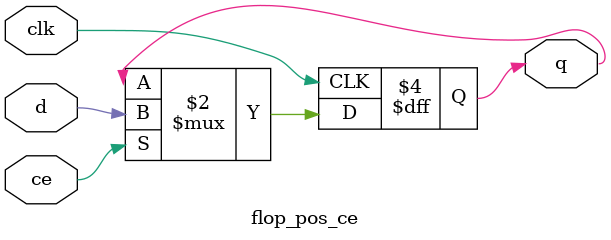
<source format=v>
module flop_pos_ce (
    input clk,      
    input ce,       
    input d,        
    output reg q    
);

    always @(posedge clk) begin
        if (ce)
            q <= d;  // Update q only if clock enable is high
        // else q retains its value (no change)
    end
endmodule
</source>
